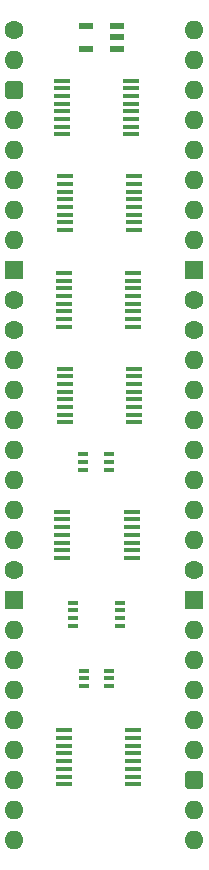
<source format=gts>
%TF.GenerationSoftware,KiCad,Pcbnew,8.0.7*%
%TF.CreationDate,2025-01-03T14:21:34+02:00*%
%TF.ProjectId,HCP65 MPU Address Decode,48435036-3520-44d5-9055-204164647265,V1*%
%TF.SameCoordinates,Original*%
%TF.FileFunction,Soldermask,Top*%
%TF.FilePolarity,Negative*%
%FSLAX46Y46*%
G04 Gerber Fmt 4.6, Leading zero omitted, Abs format (unit mm)*
G04 Created by KiCad (PCBNEW 8.0.7) date 2025-01-03 14:21:34*
%MOMM*%
%LPD*%
G01*
G04 APERTURE LIST*
G04 Aperture macros list*
%AMRoundRect*
0 Rectangle with rounded corners*
0 $1 Rounding radius*
0 $2 $3 $4 $5 $6 $7 $8 $9 X,Y pos of 4 corners*
0 Add a 4 corners polygon primitive as box body*
4,1,4,$2,$3,$4,$5,$6,$7,$8,$9,$2,$3,0*
0 Add four circle primitives for the rounded corners*
1,1,$1+$1,$2,$3*
1,1,$1+$1,$4,$5*
1,1,$1+$1,$6,$7*
1,1,$1+$1,$8,$9*
0 Add four rect primitives between the rounded corners*
20,1,$1+$1,$2,$3,$4,$5,0*
20,1,$1+$1,$4,$5,$6,$7,0*
20,1,$1+$1,$6,$7,$8,$9,0*
20,1,$1+$1,$8,$9,$2,$3,0*%
G04 Aperture macros list end*
%ADD10R,1.450000X0.450000*%
%ADD11R,0.875000X0.450000*%
%ADD12C,1.600000*%
%ADD13O,1.600000X1.600000*%
%ADD14RoundRect,0.400000X-0.400000X-0.400000X0.400000X-0.400000X0.400000X0.400000X-0.400000X0.400000X0*%
%ADD15R,1.600000X1.600000*%
%ADD16R,1.475000X0.450000*%
%ADD17R,0.950000X0.450000*%
%ADD18R,1.150000X0.600000*%
G04 APERTURE END LIST*
D10*
%TO.C,IC11*%
X10164001Y-33240188D03*
X10164001Y-32590188D03*
X10164001Y-31940188D03*
X10164001Y-31290188D03*
X10164001Y-30640188D03*
X10164001Y-29990188D03*
X10164001Y-29340188D03*
X10164001Y-28690188D03*
X4314001Y-28690188D03*
X4314001Y-29340188D03*
X4314001Y-29990188D03*
X4314001Y-30640188D03*
X4314001Y-31290188D03*
X4314001Y-31940188D03*
X4314001Y-32590188D03*
X4314001Y-33240188D03*
%TD*%
D11*
%TO.C,IC4*%
X7966000Y-37241000D03*
X7965999Y-36591000D03*
X7966000Y-35941000D03*
X5842000Y-35941000D03*
X5842001Y-36591000D03*
X5842000Y-37241000D03*
%TD*%
D10*
%TO.C,IC39*%
X9910000Y-8843251D03*
X9910000Y-8193251D03*
X9910000Y-7543251D03*
X9910000Y-6893251D03*
X9910000Y-6243251D03*
X9910000Y-5593251D03*
X9910000Y-4943251D03*
X9910000Y-4293251D03*
X4060000Y-4293251D03*
X4060000Y-4943251D03*
X4060000Y-5593251D03*
X4060000Y-6243251D03*
X4060000Y-6893251D03*
X4060000Y-7543251D03*
X4060000Y-8193251D03*
X4060000Y-8843251D03*
%TD*%
%TO.C,IC38*%
X10164001Y-16948440D03*
X10164001Y-16298440D03*
X10164001Y-15648440D03*
X10164001Y-14998440D03*
X10164001Y-14348440D03*
X10164001Y-13698440D03*
X10164001Y-13048440D03*
X10164001Y-12398440D03*
X4314001Y-12398440D03*
X4314001Y-13048440D03*
X4314001Y-13698440D03*
X4314001Y-14348440D03*
X4314001Y-14998440D03*
X4314001Y-15648440D03*
X4314001Y-16298440D03*
X4314001Y-16948440D03*
%TD*%
D12*
%TO.C,J2*%
X0Y0D03*
D13*
X0Y-2540000D03*
D14*
X0Y-5080000D03*
D13*
X0Y-7620000D03*
X0Y-10160000D03*
X0Y-12700000D03*
X0Y-15240000D03*
X0Y-17780000D03*
D15*
X0Y-20320000D03*
D12*
X0Y-22860000D03*
X0Y-25400000D03*
D13*
X0Y-27940000D03*
X0Y-30480000D03*
X0Y-33020000D03*
X0Y-35560000D03*
X0Y-38100000D03*
X0Y-40640000D03*
X0Y-43180000D03*
D12*
X0Y-45720000D03*
D15*
X0Y-48260000D03*
D13*
X0Y-50800000D03*
X0Y-53340000D03*
X0Y-55880000D03*
X0Y-58420000D03*
X0Y-60960000D03*
X0Y-63500000D03*
X0Y-66040000D03*
X0Y-68580000D03*
X15240000Y-68580000D03*
X15240000Y-66040000D03*
D14*
X15240000Y-63500000D03*
D13*
X15240000Y-60960000D03*
X15240000Y-58420000D03*
X15240000Y-55880000D03*
X15240000Y-53340000D03*
X15240000Y-50800000D03*
D15*
X15240000Y-48260000D03*
D12*
X15240000Y-45720000D03*
D13*
X15240000Y-43180000D03*
X15240000Y-40640000D03*
X15240000Y-38100000D03*
X15240000Y-35560000D03*
X15240000Y-33020000D03*
X15240000Y-30480000D03*
X15240000Y-27940000D03*
D12*
X15240000Y-25400000D03*
X15240000Y-22860000D03*
D15*
X15240000Y-20320000D03*
D13*
X15240000Y-17780000D03*
X15240000Y-15240000D03*
X15240000Y-12700000D03*
X15240000Y-10160000D03*
X15240000Y-7620000D03*
X15240000Y-5080000D03*
X15240000Y-2540000D03*
X15240000Y0D03*
%TD*%
D10*
%TO.C,IC16*%
X10037001Y-63870001D03*
X10037001Y-63220001D03*
X10037001Y-62570001D03*
X10037001Y-61920001D03*
X10037001Y-61270001D03*
X10037001Y-60620001D03*
X10037001Y-59970001D03*
X10037001Y-59320001D03*
X4187001Y-59320001D03*
X4187001Y-59970001D03*
X4187001Y-60620001D03*
X4187001Y-61270001D03*
X4187001Y-61920001D03*
X4187001Y-62570001D03*
X4187001Y-63220001D03*
X4187001Y-63870001D03*
%TD*%
D11*
%TO.C,IC1*%
X8047001Y-55564001D03*
X8047001Y-54914001D03*
X8047001Y-54264001D03*
X5923001Y-54264001D03*
X5923001Y-54914001D03*
X5923001Y-55564001D03*
%TD*%
D10*
%TO.C,IC33*%
X10037001Y-25135001D03*
X10037001Y-24485001D03*
X10037001Y-23835001D03*
X10037001Y-23185001D03*
X10037001Y-22535001D03*
X10037001Y-21885001D03*
X10037001Y-21235001D03*
X10037001Y-20585001D03*
X4187001Y-20585001D03*
X4187001Y-21235001D03*
X4187001Y-21885001D03*
X4187001Y-22535001D03*
X4187001Y-23185001D03*
X4187001Y-23835001D03*
X4187001Y-24485001D03*
X4187001Y-25135001D03*
%TD*%
D16*
%TO.C,IC40*%
X9923000Y-44708938D03*
X9923000Y-44058938D03*
X9923000Y-43408938D03*
X9923000Y-42758938D03*
X9923000Y-42108938D03*
X9923000Y-41458938D03*
X9923000Y-40808938D03*
X4047000Y-40808938D03*
X4047000Y-41458938D03*
X4047000Y-42108938D03*
X4047000Y-42758938D03*
X4047000Y-43408938D03*
X4047000Y-44058938D03*
X4047000Y-44708938D03*
%TD*%
D17*
%TO.C,IC2*%
X8903000Y-50464000D03*
X8903000Y-49814000D03*
X8903000Y-49164000D03*
X8903000Y-48514000D03*
X4953000Y-48514000D03*
X4953000Y-49164000D03*
X4953000Y-49814000D03*
X4953000Y-50464000D03*
%TD*%
D18*
%TO.C,IC42*%
X8666000Y-1585000D03*
X8666000Y-635000D03*
X8666000Y315000D03*
X6066000Y315000D03*
X6066000Y-1585000D03*
%TD*%
M02*

</source>
